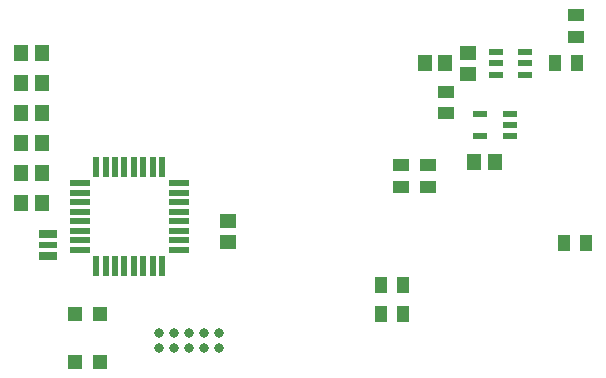
<source format=gtp>
G04 EAGLE Gerber RS-274X export*
G75*
%MOMM*%
%FSLAX34Y34*%
%LPD*%
%INSolderpaste Top*%
%IPPOS*%
%AMOC8*
5,1,8,0,0,1.08239X$1,22.5*%
G01*
G04 Define Apertures*
%ADD10R,1.780000X0.575000*%
%ADD11R,0.575000X1.780000*%
%ADD12R,1.500000X0.700000*%
%ADD13R,1.500000X0.500000*%
%ADD14R,1.164600X1.465300*%
%ADD15R,1.465300X1.164600*%
%ADD16R,1.260500X0.595000*%
%ADD17R,1.420200X1.031200*%
%ADD18R,1.031200X1.420200*%
%ADD19C,0.820000*%
%ADD20R,1.209900X0.591500*%
%ADD21R,1.150000X1.250000*%
D10*
X135987Y193100D03*
X135987Y185100D03*
X135987Y177100D03*
X135987Y169100D03*
X135987Y161100D03*
X135987Y153100D03*
X135987Y145100D03*
X135987Y137100D03*
D11*
X149800Y123287D03*
X157800Y123287D03*
X165800Y123287D03*
X173800Y123287D03*
X181800Y123287D03*
X189800Y123287D03*
X197800Y123287D03*
X205800Y123287D03*
D10*
X219613Y137100D03*
X219613Y145100D03*
X219613Y153100D03*
X219613Y161100D03*
X219613Y169100D03*
X219613Y177100D03*
X219613Y185100D03*
X219613Y193100D03*
D11*
X205800Y206913D03*
X197800Y206913D03*
X189800Y206913D03*
X181800Y206913D03*
X173800Y206913D03*
X165800Y206913D03*
X157800Y206913D03*
X149800Y206913D03*
D12*
X109220Y150470D03*
D13*
X109220Y140970D03*
D12*
X109220Y131470D03*
D14*
X104004Y176530D03*
X86496Y176530D03*
X104004Y201930D03*
X86496Y201930D03*
X104004Y227330D03*
X86496Y227330D03*
X104004Y252730D03*
X86496Y252730D03*
X104004Y278130D03*
X86496Y278130D03*
X104004Y303530D03*
X86496Y303530D03*
D15*
X261620Y143646D03*
X261620Y161154D03*
D16*
X488099Y304140D03*
X488099Y294640D03*
X488099Y285140D03*
X512661Y285140D03*
X512661Y294640D03*
X512661Y304140D03*
D17*
X556260Y335585D03*
X556260Y317195D03*
D18*
X556565Y294640D03*
X538175Y294640D03*
D17*
X445770Y270815D03*
X445770Y252425D03*
D14*
X445634Y294640D03*
X428126Y294640D03*
D19*
X203200Y53340D03*
X215900Y53340D03*
X228600Y53340D03*
X241300Y53340D03*
X254000Y53340D03*
X254000Y66040D03*
X241300Y66040D03*
X228600Y66040D03*
X215900Y66040D03*
X203200Y66040D03*
D18*
X390855Y82550D03*
X409245Y82550D03*
X390855Y106680D03*
X409245Y106680D03*
D20*
X500214Y233070D03*
X500214Y242570D03*
X500214Y252070D03*
X475146Y252070D03*
X475146Y233070D03*
D18*
X564185Y142240D03*
X545795Y142240D03*
D15*
X464820Y303394D03*
X464820Y285886D03*
D14*
X470036Y210820D03*
X487544Y210820D03*
D21*
X152740Y82230D03*
X131740Y82230D03*
X152740Y42230D03*
X131740Y42230D03*
D17*
X430530Y190195D03*
X430530Y208585D03*
X407670Y208585D03*
X407670Y190195D03*
M02*

</source>
